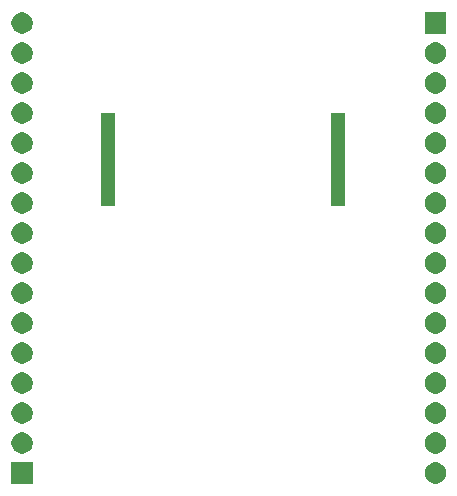
<source format=gbr>
G04 #@! TF.GenerationSoftware,KiCad,Pcbnew,(5.1.5)-3*
G04 #@! TF.CreationDate,2020-03-18T19:06:41-04:00*
G04 #@! TF.ProjectId,SRAM CY62128EV30LL-45ZXI,5352414d-2043-4593-9632-313238455633,rev?*
G04 #@! TF.SameCoordinates,Original*
G04 #@! TF.FileFunction,Soldermask,Top*
G04 #@! TF.FilePolarity,Negative*
%FSLAX46Y46*%
G04 Gerber Fmt 4.6, Leading zero omitted, Abs format (unit mm)*
G04 Created by KiCad (PCBNEW (5.1.5)-3) date 2020-03-18 19:06:41*
%MOMM*%
%LPD*%
G04 APERTURE LIST*
%ADD10C,0.100000*%
G04 APERTURE END LIST*
D10*
G36*
X130113512Y-82203927D02*
G01*
X130262812Y-82233624D01*
X130426784Y-82301544D01*
X130574354Y-82400147D01*
X130699853Y-82525646D01*
X130798456Y-82673216D01*
X130866376Y-82837188D01*
X130901000Y-83011259D01*
X130901000Y-83188741D01*
X130866376Y-83362812D01*
X130798456Y-83526784D01*
X130699853Y-83674354D01*
X130574354Y-83799853D01*
X130426784Y-83898456D01*
X130262812Y-83966376D01*
X130113512Y-83996073D01*
X130088742Y-84001000D01*
X129911258Y-84001000D01*
X129886488Y-83996073D01*
X129737188Y-83966376D01*
X129573216Y-83898456D01*
X129425646Y-83799853D01*
X129300147Y-83674354D01*
X129201544Y-83526784D01*
X129133624Y-83362812D01*
X129099000Y-83188741D01*
X129099000Y-83011259D01*
X129133624Y-82837188D01*
X129201544Y-82673216D01*
X129300147Y-82525646D01*
X129425646Y-82400147D01*
X129573216Y-82301544D01*
X129737188Y-82233624D01*
X129886488Y-82203927D01*
X129911258Y-82199000D01*
X130088742Y-82199000D01*
X130113512Y-82203927D01*
G37*
G36*
X95901000Y-84001000D02*
G01*
X94099000Y-84001000D01*
X94099000Y-82199000D01*
X95901000Y-82199000D01*
X95901000Y-84001000D01*
G37*
G36*
X95113512Y-79663927D02*
G01*
X95262812Y-79693624D01*
X95426784Y-79761544D01*
X95574354Y-79860147D01*
X95699853Y-79985646D01*
X95798456Y-80133216D01*
X95866376Y-80297188D01*
X95901000Y-80471259D01*
X95901000Y-80648741D01*
X95866376Y-80822812D01*
X95798456Y-80986784D01*
X95699853Y-81134354D01*
X95574354Y-81259853D01*
X95426784Y-81358456D01*
X95262812Y-81426376D01*
X95113512Y-81456073D01*
X95088742Y-81461000D01*
X94911258Y-81461000D01*
X94886488Y-81456073D01*
X94737188Y-81426376D01*
X94573216Y-81358456D01*
X94425646Y-81259853D01*
X94300147Y-81134354D01*
X94201544Y-80986784D01*
X94133624Y-80822812D01*
X94099000Y-80648741D01*
X94099000Y-80471259D01*
X94133624Y-80297188D01*
X94201544Y-80133216D01*
X94300147Y-79985646D01*
X94425646Y-79860147D01*
X94573216Y-79761544D01*
X94737188Y-79693624D01*
X94886488Y-79663927D01*
X94911258Y-79659000D01*
X95088742Y-79659000D01*
X95113512Y-79663927D01*
G37*
G36*
X130113512Y-79663927D02*
G01*
X130262812Y-79693624D01*
X130426784Y-79761544D01*
X130574354Y-79860147D01*
X130699853Y-79985646D01*
X130798456Y-80133216D01*
X130866376Y-80297188D01*
X130901000Y-80471259D01*
X130901000Y-80648741D01*
X130866376Y-80822812D01*
X130798456Y-80986784D01*
X130699853Y-81134354D01*
X130574354Y-81259853D01*
X130426784Y-81358456D01*
X130262812Y-81426376D01*
X130113512Y-81456073D01*
X130088742Y-81461000D01*
X129911258Y-81461000D01*
X129886488Y-81456073D01*
X129737188Y-81426376D01*
X129573216Y-81358456D01*
X129425646Y-81259853D01*
X129300147Y-81134354D01*
X129201544Y-80986784D01*
X129133624Y-80822812D01*
X129099000Y-80648741D01*
X129099000Y-80471259D01*
X129133624Y-80297188D01*
X129201544Y-80133216D01*
X129300147Y-79985646D01*
X129425646Y-79860147D01*
X129573216Y-79761544D01*
X129737188Y-79693624D01*
X129886488Y-79663927D01*
X129911258Y-79659000D01*
X130088742Y-79659000D01*
X130113512Y-79663927D01*
G37*
G36*
X130113512Y-77123927D02*
G01*
X130262812Y-77153624D01*
X130426784Y-77221544D01*
X130574354Y-77320147D01*
X130699853Y-77445646D01*
X130798456Y-77593216D01*
X130866376Y-77757188D01*
X130901000Y-77931259D01*
X130901000Y-78108741D01*
X130866376Y-78282812D01*
X130798456Y-78446784D01*
X130699853Y-78594354D01*
X130574354Y-78719853D01*
X130426784Y-78818456D01*
X130262812Y-78886376D01*
X130113512Y-78916073D01*
X130088742Y-78921000D01*
X129911258Y-78921000D01*
X129886488Y-78916073D01*
X129737188Y-78886376D01*
X129573216Y-78818456D01*
X129425646Y-78719853D01*
X129300147Y-78594354D01*
X129201544Y-78446784D01*
X129133624Y-78282812D01*
X129099000Y-78108741D01*
X129099000Y-77931259D01*
X129133624Y-77757188D01*
X129201544Y-77593216D01*
X129300147Y-77445646D01*
X129425646Y-77320147D01*
X129573216Y-77221544D01*
X129737188Y-77153624D01*
X129886488Y-77123927D01*
X129911258Y-77119000D01*
X130088742Y-77119000D01*
X130113512Y-77123927D01*
G37*
G36*
X95113512Y-77123927D02*
G01*
X95262812Y-77153624D01*
X95426784Y-77221544D01*
X95574354Y-77320147D01*
X95699853Y-77445646D01*
X95798456Y-77593216D01*
X95866376Y-77757188D01*
X95901000Y-77931259D01*
X95901000Y-78108741D01*
X95866376Y-78282812D01*
X95798456Y-78446784D01*
X95699853Y-78594354D01*
X95574354Y-78719853D01*
X95426784Y-78818456D01*
X95262812Y-78886376D01*
X95113512Y-78916073D01*
X95088742Y-78921000D01*
X94911258Y-78921000D01*
X94886488Y-78916073D01*
X94737188Y-78886376D01*
X94573216Y-78818456D01*
X94425646Y-78719853D01*
X94300147Y-78594354D01*
X94201544Y-78446784D01*
X94133624Y-78282812D01*
X94099000Y-78108741D01*
X94099000Y-77931259D01*
X94133624Y-77757188D01*
X94201544Y-77593216D01*
X94300147Y-77445646D01*
X94425646Y-77320147D01*
X94573216Y-77221544D01*
X94737188Y-77153624D01*
X94886488Y-77123927D01*
X94911258Y-77119000D01*
X95088742Y-77119000D01*
X95113512Y-77123927D01*
G37*
G36*
X130113512Y-74583927D02*
G01*
X130262812Y-74613624D01*
X130426784Y-74681544D01*
X130574354Y-74780147D01*
X130699853Y-74905646D01*
X130798456Y-75053216D01*
X130866376Y-75217188D01*
X130901000Y-75391259D01*
X130901000Y-75568741D01*
X130866376Y-75742812D01*
X130798456Y-75906784D01*
X130699853Y-76054354D01*
X130574354Y-76179853D01*
X130426784Y-76278456D01*
X130262812Y-76346376D01*
X130113512Y-76376073D01*
X130088742Y-76381000D01*
X129911258Y-76381000D01*
X129886488Y-76376073D01*
X129737188Y-76346376D01*
X129573216Y-76278456D01*
X129425646Y-76179853D01*
X129300147Y-76054354D01*
X129201544Y-75906784D01*
X129133624Y-75742812D01*
X129099000Y-75568741D01*
X129099000Y-75391259D01*
X129133624Y-75217188D01*
X129201544Y-75053216D01*
X129300147Y-74905646D01*
X129425646Y-74780147D01*
X129573216Y-74681544D01*
X129737188Y-74613624D01*
X129886488Y-74583927D01*
X129911258Y-74579000D01*
X130088742Y-74579000D01*
X130113512Y-74583927D01*
G37*
G36*
X95113512Y-74583927D02*
G01*
X95262812Y-74613624D01*
X95426784Y-74681544D01*
X95574354Y-74780147D01*
X95699853Y-74905646D01*
X95798456Y-75053216D01*
X95866376Y-75217188D01*
X95901000Y-75391259D01*
X95901000Y-75568741D01*
X95866376Y-75742812D01*
X95798456Y-75906784D01*
X95699853Y-76054354D01*
X95574354Y-76179853D01*
X95426784Y-76278456D01*
X95262812Y-76346376D01*
X95113512Y-76376073D01*
X95088742Y-76381000D01*
X94911258Y-76381000D01*
X94886488Y-76376073D01*
X94737188Y-76346376D01*
X94573216Y-76278456D01*
X94425646Y-76179853D01*
X94300147Y-76054354D01*
X94201544Y-75906784D01*
X94133624Y-75742812D01*
X94099000Y-75568741D01*
X94099000Y-75391259D01*
X94133624Y-75217188D01*
X94201544Y-75053216D01*
X94300147Y-74905646D01*
X94425646Y-74780147D01*
X94573216Y-74681544D01*
X94737188Y-74613624D01*
X94886488Y-74583927D01*
X94911258Y-74579000D01*
X95088742Y-74579000D01*
X95113512Y-74583927D01*
G37*
G36*
X95113512Y-72043927D02*
G01*
X95262812Y-72073624D01*
X95426784Y-72141544D01*
X95574354Y-72240147D01*
X95699853Y-72365646D01*
X95798456Y-72513216D01*
X95866376Y-72677188D01*
X95901000Y-72851259D01*
X95901000Y-73028741D01*
X95866376Y-73202812D01*
X95798456Y-73366784D01*
X95699853Y-73514354D01*
X95574354Y-73639853D01*
X95426784Y-73738456D01*
X95262812Y-73806376D01*
X95113512Y-73836073D01*
X95088742Y-73841000D01*
X94911258Y-73841000D01*
X94886488Y-73836073D01*
X94737188Y-73806376D01*
X94573216Y-73738456D01*
X94425646Y-73639853D01*
X94300147Y-73514354D01*
X94201544Y-73366784D01*
X94133624Y-73202812D01*
X94099000Y-73028741D01*
X94099000Y-72851259D01*
X94133624Y-72677188D01*
X94201544Y-72513216D01*
X94300147Y-72365646D01*
X94425646Y-72240147D01*
X94573216Y-72141544D01*
X94737188Y-72073624D01*
X94886488Y-72043927D01*
X94911258Y-72039000D01*
X95088742Y-72039000D01*
X95113512Y-72043927D01*
G37*
G36*
X130113512Y-72043927D02*
G01*
X130262812Y-72073624D01*
X130426784Y-72141544D01*
X130574354Y-72240147D01*
X130699853Y-72365646D01*
X130798456Y-72513216D01*
X130866376Y-72677188D01*
X130901000Y-72851259D01*
X130901000Y-73028741D01*
X130866376Y-73202812D01*
X130798456Y-73366784D01*
X130699853Y-73514354D01*
X130574354Y-73639853D01*
X130426784Y-73738456D01*
X130262812Y-73806376D01*
X130113512Y-73836073D01*
X130088742Y-73841000D01*
X129911258Y-73841000D01*
X129886488Y-73836073D01*
X129737188Y-73806376D01*
X129573216Y-73738456D01*
X129425646Y-73639853D01*
X129300147Y-73514354D01*
X129201544Y-73366784D01*
X129133624Y-73202812D01*
X129099000Y-73028741D01*
X129099000Y-72851259D01*
X129133624Y-72677188D01*
X129201544Y-72513216D01*
X129300147Y-72365646D01*
X129425646Y-72240147D01*
X129573216Y-72141544D01*
X129737188Y-72073624D01*
X129886488Y-72043927D01*
X129911258Y-72039000D01*
X130088742Y-72039000D01*
X130113512Y-72043927D01*
G37*
G36*
X95113512Y-69503927D02*
G01*
X95262812Y-69533624D01*
X95426784Y-69601544D01*
X95574354Y-69700147D01*
X95699853Y-69825646D01*
X95798456Y-69973216D01*
X95866376Y-70137188D01*
X95901000Y-70311259D01*
X95901000Y-70488741D01*
X95866376Y-70662812D01*
X95798456Y-70826784D01*
X95699853Y-70974354D01*
X95574354Y-71099853D01*
X95426784Y-71198456D01*
X95262812Y-71266376D01*
X95113512Y-71296073D01*
X95088742Y-71301000D01*
X94911258Y-71301000D01*
X94886488Y-71296073D01*
X94737188Y-71266376D01*
X94573216Y-71198456D01*
X94425646Y-71099853D01*
X94300147Y-70974354D01*
X94201544Y-70826784D01*
X94133624Y-70662812D01*
X94099000Y-70488741D01*
X94099000Y-70311259D01*
X94133624Y-70137188D01*
X94201544Y-69973216D01*
X94300147Y-69825646D01*
X94425646Y-69700147D01*
X94573216Y-69601544D01*
X94737188Y-69533624D01*
X94886488Y-69503927D01*
X94911258Y-69499000D01*
X95088742Y-69499000D01*
X95113512Y-69503927D01*
G37*
G36*
X130113512Y-69503927D02*
G01*
X130262812Y-69533624D01*
X130426784Y-69601544D01*
X130574354Y-69700147D01*
X130699853Y-69825646D01*
X130798456Y-69973216D01*
X130866376Y-70137188D01*
X130901000Y-70311259D01*
X130901000Y-70488741D01*
X130866376Y-70662812D01*
X130798456Y-70826784D01*
X130699853Y-70974354D01*
X130574354Y-71099853D01*
X130426784Y-71198456D01*
X130262812Y-71266376D01*
X130113512Y-71296073D01*
X130088742Y-71301000D01*
X129911258Y-71301000D01*
X129886488Y-71296073D01*
X129737188Y-71266376D01*
X129573216Y-71198456D01*
X129425646Y-71099853D01*
X129300147Y-70974354D01*
X129201544Y-70826784D01*
X129133624Y-70662812D01*
X129099000Y-70488741D01*
X129099000Y-70311259D01*
X129133624Y-70137188D01*
X129201544Y-69973216D01*
X129300147Y-69825646D01*
X129425646Y-69700147D01*
X129573216Y-69601544D01*
X129737188Y-69533624D01*
X129886488Y-69503927D01*
X129911258Y-69499000D01*
X130088742Y-69499000D01*
X130113512Y-69503927D01*
G37*
G36*
X130113512Y-66963927D02*
G01*
X130262812Y-66993624D01*
X130426784Y-67061544D01*
X130574354Y-67160147D01*
X130699853Y-67285646D01*
X130798456Y-67433216D01*
X130866376Y-67597188D01*
X130901000Y-67771259D01*
X130901000Y-67948741D01*
X130866376Y-68122812D01*
X130798456Y-68286784D01*
X130699853Y-68434354D01*
X130574354Y-68559853D01*
X130426784Y-68658456D01*
X130262812Y-68726376D01*
X130113512Y-68756073D01*
X130088742Y-68761000D01*
X129911258Y-68761000D01*
X129886488Y-68756073D01*
X129737188Y-68726376D01*
X129573216Y-68658456D01*
X129425646Y-68559853D01*
X129300147Y-68434354D01*
X129201544Y-68286784D01*
X129133624Y-68122812D01*
X129099000Y-67948741D01*
X129099000Y-67771259D01*
X129133624Y-67597188D01*
X129201544Y-67433216D01*
X129300147Y-67285646D01*
X129425646Y-67160147D01*
X129573216Y-67061544D01*
X129737188Y-66993624D01*
X129886488Y-66963927D01*
X129911258Y-66959000D01*
X130088742Y-66959000D01*
X130113512Y-66963927D01*
G37*
G36*
X95113512Y-66963927D02*
G01*
X95262812Y-66993624D01*
X95426784Y-67061544D01*
X95574354Y-67160147D01*
X95699853Y-67285646D01*
X95798456Y-67433216D01*
X95866376Y-67597188D01*
X95901000Y-67771259D01*
X95901000Y-67948741D01*
X95866376Y-68122812D01*
X95798456Y-68286784D01*
X95699853Y-68434354D01*
X95574354Y-68559853D01*
X95426784Y-68658456D01*
X95262812Y-68726376D01*
X95113512Y-68756073D01*
X95088742Y-68761000D01*
X94911258Y-68761000D01*
X94886488Y-68756073D01*
X94737188Y-68726376D01*
X94573216Y-68658456D01*
X94425646Y-68559853D01*
X94300147Y-68434354D01*
X94201544Y-68286784D01*
X94133624Y-68122812D01*
X94099000Y-67948741D01*
X94099000Y-67771259D01*
X94133624Y-67597188D01*
X94201544Y-67433216D01*
X94300147Y-67285646D01*
X94425646Y-67160147D01*
X94573216Y-67061544D01*
X94737188Y-66993624D01*
X94886488Y-66963927D01*
X94911258Y-66959000D01*
X95088742Y-66959000D01*
X95113512Y-66963927D01*
G37*
G36*
X130113512Y-64423927D02*
G01*
X130262812Y-64453624D01*
X130426784Y-64521544D01*
X130574354Y-64620147D01*
X130699853Y-64745646D01*
X130798456Y-64893216D01*
X130866376Y-65057188D01*
X130901000Y-65231259D01*
X130901000Y-65408741D01*
X130866376Y-65582812D01*
X130798456Y-65746784D01*
X130699853Y-65894354D01*
X130574354Y-66019853D01*
X130426784Y-66118456D01*
X130262812Y-66186376D01*
X130113512Y-66216073D01*
X130088742Y-66221000D01*
X129911258Y-66221000D01*
X129886488Y-66216073D01*
X129737188Y-66186376D01*
X129573216Y-66118456D01*
X129425646Y-66019853D01*
X129300147Y-65894354D01*
X129201544Y-65746784D01*
X129133624Y-65582812D01*
X129099000Y-65408741D01*
X129099000Y-65231259D01*
X129133624Y-65057188D01*
X129201544Y-64893216D01*
X129300147Y-64745646D01*
X129425646Y-64620147D01*
X129573216Y-64521544D01*
X129737188Y-64453624D01*
X129886488Y-64423927D01*
X129911258Y-64419000D01*
X130088742Y-64419000D01*
X130113512Y-64423927D01*
G37*
G36*
X95113512Y-64423927D02*
G01*
X95262812Y-64453624D01*
X95426784Y-64521544D01*
X95574354Y-64620147D01*
X95699853Y-64745646D01*
X95798456Y-64893216D01*
X95866376Y-65057188D01*
X95901000Y-65231259D01*
X95901000Y-65408741D01*
X95866376Y-65582812D01*
X95798456Y-65746784D01*
X95699853Y-65894354D01*
X95574354Y-66019853D01*
X95426784Y-66118456D01*
X95262812Y-66186376D01*
X95113512Y-66216073D01*
X95088742Y-66221000D01*
X94911258Y-66221000D01*
X94886488Y-66216073D01*
X94737188Y-66186376D01*
X94573216Y-66118456D01*
X94425646Y-66019853D01*
X94300147Y-65894354D01*
X94201544Y-65746784D01*
X94133624Y-65582812D01*
X94099000Y-65408741D01*
X94099000Y-65231259D01*
X94133624Y-65057188D01*
X94201544Y-64893216D01*
X94300147Y-64745646D01*
X94425646Y-64620147D01*
X94573216Y-64521544D01*
X94737188Y-64453624D01*
X94886488Y-64423927D01*
X94911258Y-64419000D01*
X95088742Y-64419000D01*
X95113512Y-64423927D01*
G37*
G36*
X95113512Y-61883927D02*
G01*
X95262812Y-61913624D01*
X95426784Y-61981544D01*
X95574354Y-62080147D01*
X95699853Y-62205646D01*
X95798456Y-62353216D01*
X95866376Y-62517188D01*
X95901000Y-62691259D01*
X95901000Y-62868741D01*
X95866376Y-63042812D01*
X95798456Y-63206784D01*
X95699853Y-63354354D01*
X95574354Y-63479853D01*
X95426784Y-63578456D01*
X95262812Y-63646376D01*
X95113512Y-63676073D01*
X95088742Y-63681000D01*
X94911258Y-63681000D01*
X94886488Y-63676073D01*
X94737188Y-63646376D01*
X94573216Y-63578456D01*
X94425646Y-63479853D01*
X94300147Y-63354354D01*
X94201544Y-63206784D01*
X94133624Y-63042812D01*
X94099000Y-62868741D01*
X94099000Y-62691259D01*
X94133624Y-62517188D01*
X94201544Y-62353216D01*
X94300147Y-62205646D01*
X94425646Y-62080147D01*
X94573216Y-61981544D01*
X94737188Y-61913624D01*
X94886488Y-61883927D01*
X94911258Y-61879000D01*
X95088742Y-61879000D01*
X95113512Y-61883927D01*
G37*
G36*
X130113512Y-61883927D02*
G01*
X130262812Y-61913624D01*
X130426784Y-61981544D01*
X130574354Y-62080147D01*
X130699853Y-62205646D01*
X130798456Y-62353216D01*
X130866376Y-62517188D01*
X130901000Y-62691259D01*
X130901000Y-62868741D01*
X130866376Y-63042812D01*
X130798456Y-63206784D01*
X130699853Y-63354354D01*
X130574354Y-63479853D01*
X130426784Y-63578456D01*
X130262812Y-63646376D01*
X130113512Y-63676073D01*
X130088742Y-63681000D01*
X129911258Y-63681000D01*
X129886488Y-63676073D01*
X129737188Y-63646376D01*
X129573216Y-63578456D01*
X129425646Y-63479853D01*
X129300147Y-63354354D01*
X129201544Y-63206784D01*
X129133624Y-63042812D01*
X129099000Y-62868741D01*
X129099000Y-62691259D01*
X129133624Y-62517188D01*
X129201544Y-62353216D01*
X129300147Y-62205646D01*
X129425646Y-62080147D01*
X129573216Y-61981544D01*
X129737188Y-61913624D01*
X129886488Y-61883927D01*
X129911258Y-61879000D01*
X130088742Y-61879000D01*
X130113512Y-61883927D01*
G37*
G36*
X95113512Y-59343927D02*
G01*
X95262812Y-59373624D01*
X95426784Y-59441544D01*
X95574354Y-59540147D01*
X95699853Y-59665646D01*
X95798456Y-59813216D01*
X95866376Y-59977188D01*
X95901000Y-60151259D01*
X95901000Y-60328741D01*
X95866376Y-60502812D01*
X95798456Y-60666784D01*
X95699853Y-60814354D01*
X95574354Y-60939853D01*
X95426784Y-61038456D01*
X95262812Y-61106376D01*
X95113512Y-61136073D01*
X95088742Y-61141000D01*
X94911258Y-61141000D01*
X94886488Y-61136073D01*
X94737188Y-61106376D01*
X94573216Y-61038456D01*
X94425646Y-60939853D01*
X94300147Y-60814354D01*
X94201544Y-60666784D01*
X94133624Y-60502812D01*
X94099000Y-60328741D01*
X94099000Y-60151259D01*
X94133624Y-59977188D01*
X94201544Y-59813216D01*
X94300147Y-59665646D01*
X94425646Y-59540147D01*
X94573216Y-59441544D01*
X94737188Y-59373624D01*
X94886488Y-59343927D01*
X94911258Y-59339000D01*
X95088742Y-59339000D01*
X95113512Y-59343927D01*
G37*
G36*
X130113512Y-59343927D02*
G01*
X130262812Y-59373624D01*
X130426784Y-59441544D01*
X130574354Y-59540147D01*
X130699853Y-59665646D01*
X130798456Y-59813216D01*
X130866376Y-59977188D01*
X130901000Y-60151259D01*
X130901000Y-60328741D01*
X130866376Y-60502812D01*
X130798456Y-60666784D01*
X130699853Y-60814354D01*
X130574354Y-60939853D01*
X130426784Y-61038456D01*
X130262812Y-61106376D01*
X130113512Y-61136073D01*
X130088742Y-61141000D01*
X129911258Y-61141000D01*
X129886488Y-61136073D01*
X129737188Y-61106376D01*
X129573216Y-61038456D01*
X129425646Y-60939853D01*
X129300147Y-60814354D01*
X129201544Y-60666784D01*
X129133624Y-60502812D01*
X129099000Y-60328741D01*
X129099000Y-60151259D01*
X129133624Y-59977188D01*
X129201544Y-59813216D01*
X129300147Y-59665646D01*
X129425646Y-59540147D01*
X129573216Y-59441544D01*
X129737188Y-59373624D01*
X129886488Y-59343927D01*
X129911258Y-59339000D01*
X130088742Y-59339000D01*
X130113512Y-59343927D01*
G37*
G36*
X122351000Y-60482500D02*
G01*
X121149000Y-60482500D01*
X121149000Y-52630500D01*
X122351000Y-52630500D01*
X122351000Y-60482500D01*
G37*
G36*
X102851000Y-60482500D02*
G01*
X101649000Y-60482500D01*
X101649000Y-52630500D01*
X102851000Y-52630500D01*
X102851000Y-60482500D01*
G37*
G36*
X95113512Y-56803927D02*
G01*
X95262812Y-56833624D01*
X95426784Y-56901544D01*
X95574354Y-57000147D01*
X95699853Y-57125646D01*
X95798456Y-57273216D01*
X95866376Y-57437188D01*
X95901000Y-57611259D01*
X95901000Y-57788741D01*
X95866376Y-57962812D01*
X95798456Y-58126784D01*
X95699853Y-58274354D01*
X95574354Y-58399853D01*
X95426784Y-58498456D01*
X95262812Y-58566376D01*
X95113512Y-58596073D01*
X95088742Y-58601000D01*
X94911258Y-58601000D01*
X94886488Y-58596073D01*
X94737188Y-58566376D01*
X94573216Y-58498456D01*
X94425646Y-58399853D01*
X94300147Y-58274354D01*
X94201544Y-58126784D01*
X94133624Y-57962812D01*
X94099000Y-57788741D01*
X94099000Y-57611259D01*
X94133624Y-57437188D01*
X94201544Y-57273216D01*
X94300147Y-57125646D01*
X94425646Y-57000147D01*
X94573216Y-56901544D01*
X94737188Y-56833624D01*
X94886488Y-56803927D01*
X94911258Y-56799000D01*
X95088742Y-56799000D01*
X95113512Y-56803927D01*
G37*
G36*
X130113512Y-56803927D02*
G01*
X130262812Y-56833624D01*
X130426784Y-56901544D01*
X130574354Y-57000147D01*
X130699853Y-57125646D01*
X130798456Y-57273216D01*
X130866376Y-57437188D01*
X130901000Y-57611259D01*
X130901000Y-57788741D01*
X130866376Y-57962812D01*
X130798456Y-58126784D01*
X130699853Y-58274354D01*
X130574354Y-58399853D01*
X130426784Y-58498456D01*
X130262812Y-58566376D01*
X130113512Y-58596073D01*
X130088742Y-58601000D01*
X129911258Y-58601000D01*
X129886488Y-58596073D01*
X129737188Y-58566376D01*
X129573216Y-58498456D01*
X129425646Y-58399853D01*
X129300147Y-58274354D01*
X129201544Y-58126784D01*
X129133624Y-57962812D01*
X129099000Y-57788741D01*
X129099000Y-57611259D01*
X129133624Y-57437188D01*
X129201544Y-57273216D01*
X129300147Y-57125646D01*
X129425646Y-57000147D01*
X129573216Y-56901544D01*
X129737188Y-56833624D01*
X129886488Y-56803927D01*
X129911258Y-56799000D01*
X130088742Y-56799000D01*
X130113512Y-56803927D01*
G37*
G36*
X95113512Y-54263927D02*
G01*
X95262812Y-54293624D01*
X95426784Y-54361544D01*
X95574354Y-54460147D01*
X95699853Y-54585646D01*
X95798456Y-54733216D01*
X95866376Y-54897188D01*
X95901000Y-55071259D01*
X95901000Y-55248741D01*
X95866376Y-55422812D01*
X95798456Y-55586784D01*
X95699853Y-55734354D01*
X95574354Y-55859853D01*
X95426784Y-55958456D01*
X95262812Y-56026376D01*
X95113512Y-56056073D01*
X95088742Y-56061000D01*
X94911258Y-56061000D01*
X94886488Y-56056073D01*
X94737188Y-56026376D01*
X94573216Y-55958456D01*
X94425646Y-55859853D01*
X94300147Y-55734354D01*
X94201544Y-55586784D01*
X94133624Y-55422812D01*
X94099000Y-55248741D01*
X94099000Y-55071259D01*
X94133624Y-54897188D01*
X94201544Y-54733216D01*
X94300147Y-54585646D01*
X94425646Y-54460147D01*
X94573216Y-54361544D01*
X94737188Y-54293624D01*
X94886488Y-54263927D01*
X94911258Y-54259000D01*
X95088742Y-54259000D01*
X95113512Y-54263927D01*
G37*
G36*
X130113512Y-54263927D02*
G01*
X130262812Y-54293624D01*
X130426784Y-54361544D01*
X130574354Y-54460147D01*
X130699853Y-54585646D01*
X130798456Y-54733216D01*
X130866376Y-54897188D01*
X130901000Y-55071259D01*
X130901000Y-55248741D01*
X130866376Y-55422812D01*
X130798456Y-55586784D01*
X130699853Y-55734354D01*
X130574354Y-55859853D01*
X130426784Y-55958456D01*
X130262812Y-56026376D01*
X130113512Y-56056073D01*
X130088742Y-56061000D01*
X129911258Y-56061000D01*
X129886488Y-56056073D01*
X129737188Y-56026376D01*
X129573216Y-55958456D01*
X129425646Y-55859853D01*
X129300147Y-55734354D01*
X129201544Y-55586784D01*
X129133624Y-55422812D01*
X129099000Y-55248741D01*
X129099000Y-55071259D01*
X129133624Y-54897188D01*
X129201544Y-54733216D01*
X129300147Y-54585646D01*
X129425646Y-54460147D01*
X129573216Y-54361544D01*
X129737188Y-54293624D01*
X129886488Y-54263927D01*
X129911258Y-54259000D01*
X130088742Y-54259000D01*
X130113512Y-54263927D01*
G37*
G36*
X130113512Y-51723927D02*
G01*
X130262812Y-51753624D01*
X130426784Y-51821544D01*
X130574354Y-51920147D01*
X130699853Y-52045646D01*
X130798456Y-52193216D01*
X130866376Y-52357188D01*
X130901000Y-52531259D01*
X130901000Y-52708741D01*
X130866376Y-52882812D01*
X130798456Y-53046784D01*
X130699853Y-53194354D01*
X130574354Y-53319853D01*
X130426784Y-53418456D01*
X130262812Y-53486376D01*
X130113512Y-53516073D01*
X130088742Y-53521000D01*
X129911258Y-53521000D01*
X129886488Y-53516073D01*
X129737188Y-53486376D01*
X129573216Y-53418456D01*
X129425646Y-53319853D01*
X129300147Y-53194354D01*
X129201544Y-53046784D01*
X129133624Y-52882812D01*
X129099000Y-52708741D01*
X129099000Y-52531259D01*
X129133624Y-52357188D01*
X129201544Y-52193216D01*
X129300147Y-52045646D01*
X129425646Y-51920147D01*
X129573216Y-51821544D01*
X129737188Y-51753624D01*
X129886488Y-51723927D01*
X129911258Y-51719000D01*
X130088742Y-51719000D01*
X130113512Y-51723927D01*
G37*
G36*
X95113512Y-51723927D02*
G01*
X95262812Y-51753624D01*
X95426784Y-51821544D01*
X95574354Y-51920147D01*
X95699853Y-52045646D01*
X95798456Y-52193216D01*
X95866376Y-52357188D01*
X95901000Y-52531259D01*
X95901000Y-52708741D01*
X95866376Y-52882812D01*
X95798456Y-53046784D01*
X95699853Y-53194354D01*
X95574354Y-53319853D01*
X95426784Y-53418456D01*
X95262812Y-53486376D01*
X95113512Y-53516073D01*
X95088742Y-53521000D01*
X94911258Y-53521000D01*
X94886488Y-53516073D01*
X94737188Y-53486376D01*
X94573216Y-53418456D01*
X94425646Y-53319853D01*
X94300147Y-53194354D01*
X94201544Y-53046784D01*
X94133624Y-52882812D01*
X94099000Y-52708741D01*
X94099000Y-52531259D01*
X94133624Y-52357188D01*
X94201544Y-52193216D01*
X94300147Y-52045646D01*
X94425646Y-51920147D01*
X94573216Y-51821544D01*
X94737188Y-51753624D01*
X94886488Y-51723927D01*
X94911258Y-51719000D01*
X95088742Y-51719000D01*
X95113512Y-51723927D01*
G37*
G36*
X95113512Y-49183927D02*
G01*
X95262812Y-49213624D01*
X95426784Y-49281544D01*
X95574354Y-49380147D01*
X95699853Y-49505646D01*
X95798456Y-49653216D01*
X95866376Y-49817188D01*
X95901000Y-49991259D01*
X95901000Y-50168741D01*
X95866376Y-50342812D01*
X95798456Y-50506784D01*
X95699853Y-50654354D01*
X95574354Y-50779853D01*
X95426784Y-50878456D01*
X95262812Y-50946376D01*
X95113512Y-50976073D01*
X95088742Y-50981000D01*
X94911258Y-50981000D01*
X94886488Y-50976073D01*
X94737188Y-50946376D01*
X94573216Y-50878456D01*
X94425646Y-50779853D01*
X94300147Y-50654354D01*
X94201544Y-50506784D01*
X94133624Y-50342812D01*
X94099000Y-50168741D01*
X94099000Y-49991259D01*
X94133624Y-49817188D01*
X94201544Y-49653216D01*
X94300147Y-49505646D01*
X94425646Y-49380147D01*
X94573216Y-49281544D01*
X94737188Y-49213624D01*
X94886488Y-49183927D01*
X94911258Y-49179000D01*
X95088742Y-49179000D01*
X95113512Y-49183927D01*
G37*
G36*
X130113512Y-49183927D02*
G01*
X130262812Y-49213624D01*
X130426784Y-49281544D01*
X130574354Y-49380147D01*
X130699853Y-49505646D01*
X130798456Y-49653216D01*
X130866376Y-49817188D01*
X130901000Y-49991259D01*
X130901000Y-50168741D01*
X130866376Y-50342812D01*
X130798456Y-50506784D01*
X130699853Y-50654354D01*
X130574354Y-50779853D01*
X130426784Y-50878456D01*
X130262812Y-50946376D01*
X130113512Y-50976073D01*
X130088742Y-50981000D01*
X129911258Y-50981000D01*
X129886488Y-50976073D01*
X129737188Y-50946376D01*
X129573216Y-50878456D01*
X129425646Y-50779853D01*
X129300147Y-50654354D01*
X129201544Y-50506784D01*
X129133624Y-50342812D01*
X129099000Y-50168741D01*
X129099000Y-49991259D01*
X129133624Y-49817188D01*
X129201544Y-49653216D01*
X129300147Y-49505646D01*
X129425646Y-49380147D01*
X129573216Y-49281544D01*
X129737188Y-49213624D01*
X129886488Y-49183927D01*
X129911258Y-49179000D01*
X130088742Y-49179000D01*
X130113512Y-49183927D01*
G37*
G36*
X95113512Y-46643927D02*
G01*
X95262812Y-46673624D01*
X95426784Y-46741544D01*
X95574354Y-46840147D01*
X95699853Y-46965646D01*
X95798456Y-47113216D01*
X95866376Y-47277188D01*
X95901000Y-47451259D01*
X95901000Y-47628741D01*
X95866376Y-47802812D01*
X95798456Y-47966784D01*
X95699853Y-48114354D01*
X95574354Y-48239853D01*
X95426784Y-48338456D01*
X95262812Y-48406376D01*
X95113512Y-48436073D01*
X95088742Y-48441000D01*
X94911258Y-48441000D01*
X94886488Y-48436073D01*
X94737188Y-48406376D01*
X94573216Y-48338456D01*
X94425646Y-48239853D01*
X94300147Y-48114354D01*
X94201544Y-47966784D01*
X94133624Y-47802812D01*
X94099000Y-47628741D01*
X94099000Y-47451259D01*
X94133624Y-47277188D01*
X94201544Y-47113216D01*
X94300147Y-46965646D01*
X94425646Y-46840147D01*
X94573216Y-46741544D01*
X94737188Y-46673624D01*
X94886488Y-46643927D01*
X94911258Y-46639000D01*
X95088742Y-46639000D01*
X95113512Y-46643927D01*
G37*
G36*
X130113512Y-46643927D02*
G01*
X130262812Y-46673624D01*
X130426784Y-46741544D01*
X130574354Y-46840147D01*
X130699853Y-46965646D01*
X130798456Y-47113216D01*
X130866376Y-47277188D01*
X130901000Y-47451259D01*
X130901000Y-47628741D01*
X130866376Y-47802812D01*
X130798456Y-47966784D01*
X130699853Y-48114354D01*
X130574354Y-48239853D01*
X130426784Y-48338456D01*
X130262812Y-48406376D01*
X130113512Y-48436073D01*
X130088742Y-48441000D01*
X129911258Y-48441000D01*
X129886488Y-48436073D01*
X129737188Y-48406376D01*
X129573216Y-48338456D01*
X129425646Y-48239853D01*
X129300147Y-48114354D01*
X129201544Y-47966784D01*
X129133624Y-47802812D01*
X129099000Y-47628741D01*
X129099000Y-47451259D01*
X129133624Y-47277188D01*
X129201544Y-47113216D01*
X129300147Y-46965646D01*
X129425646Y-46840147D01*
X129573216Y-46741544D01*
X129737188Y-46673624D01*
X129886488Y-46643927D01*
X129911258Y-46639000D01*
X130088742Y-46639000D01*
X130113512Y-46643927D01*
G37*
G36*
X95113512Y-44103927D02*
G01*
X95262812Y-44133624D01*
X95426784Y-44201544D01*
X95574354Y-44300147D01*
X95699853Y-44425646D01*
X95798456Y-44573216D01*
X95866376Y-44737188D01*
X95901000Y-44911259D01*
X95901000Y-45088741D01*
X95866376Y-45262812D01*
X95798456Y-45426784D01*
X95699853Y-45574354D01*
X95574354Y-45699853D01*
X95426784Y-45798456D01*
X95262812Y-45866376D01*
X95113512Y-45896073D01*
X95088742Y-45901000D01*
X94911258Y-45901000D01*
X94886488Y-45896073D01*
X94737188Y-45866376D01*
X94573216Y-45798456D01*
X94425646Y-45699853D01*
X94300147Y-45574354D01*
X94201544Y-45426784D01*
X94133624Y-45262812D01*
X94099000Y-45088741D01*
X94099000Y-44911259D01*
X94133624Y-44737188D01*
X94201544Y-44573216D01*
X94300147Y-44425646D01*
X94425646Y-44300147D01*
X94573216Y-44201544D01*
X94737188Y-44133624D01*
X94886488Y-44103927D01*
X94911258Y-44099000D01*
X95088742Y-44099000D01*
X95113512Y-44103927D01*
G37*
G36*
X130901000Y-45901000D02*
G01*
X129099000Y-45901000D01*
X129099000Y-44099000D01*
X130901000Y-44099000D01*
X130901000Y-45901000D01*
G37*
M02*

</source>
